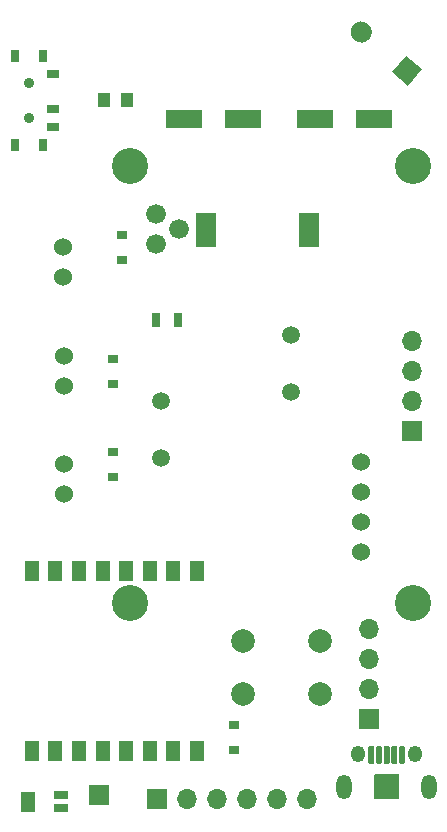
<source format=gts>
G04 #@! TF.GenerationSoftware,KiCad,Pcbnew,5.1.7-a382d34a8~88~ubuntu18.04.1*
G04 #@! TF.CreationDate,2021-09-05T21:22:39+05:30*
G04 #@! TF.ProjectId,Sensor_PCB_v7,53656e73-6f72-45f5-9043-425f76372e6b,rev?*
G04 #@! TF.SameCoordinates,Original*
G04 #@! TF.FileFunction,Soldermask,Top*
G04 #@! TF.FilePolarity,Negative*
%FSLAX46Y46*%
G04 Gerber Fmt 4.6, Leading zero omitted, Abs format (unit mm)*
G04 Created by KiCad (PCBNEW 5.1.7-a382d34a8~88~ubuntu18.04.1) date 2021-09-05 21:22:39*
%MOMM*%
%LPD*%
G01*
G04 APERTURE LIST*
%ADD10C,3.050000*%
%ADD11R,1.250000X0.740000*%
%ADD12R,1.250000X1.800000*%
%ADD13C,1.676400*%
%ADD14C,1.524000*%
%ADD15R,1.750000X3.000000*%
%ADD16R,3.110000X1.580000*%
%ADD17O,1.300000X2.100000*%
%ADD18O,1.200000X1.400000*%
%ADD19R,1.700000X1.700000*%
%ADD20O,1.700000X1.700000*%
%ADD21R,0.800000X1.000000*%
%ADD22R,1.100000X0.700000*%
%ADD23C,0.900000*%
%ADD24R,0.900000X0.800000*%
%ADD25R,1.200000X1.700000*%
%ADD26C,0.100000*%
%ADD27C,1.500000*%
%ADD28C,2.000000*%
%ADD29R,1.000000X1.250000*%
%ADD30R,0.700000X1.300000*%
G04 APERTURE END LIST*
D10*
X57526960Y-34225320D03*
X33526960Y-34225320D03*
X33526960Y-71225320D03*
X57526960Y-71225320D03*
D11*
X27666540Y-87475920D03*
D12*
X24916540Y-88005920D03*
D11*
X27666540Y-88535920D03*
D13*
X35750500Y-40840700D03*
X37655500Y-39570700D03*
X35750500Y-38300700D03*
D14*
X27930200Y-59390600D03*
X27940200Y-61930600D03*
D15*
X48665400Y-39593700D03*
X39965400Y-39593700D03*
D16*
X43124800Y-30238700D03*
X38124800Y-30238700D03*
D17*
X51677600Y-86741000D03*
G36*
G01*
X54202600Y-87741000D02*
X54202600Y-85741000D01*
G75*
G02*
X54252600Y-85691000I50000J0D01*
G01*
X56252600Y-85691000D01*
G75*
G02*
X56302600Y-85741000I0J-50000D01*
G01*
X56302600Y-87741000D01*
G75*
G02*
X56252600Y-87791000I-50000J0D01*
G01*
X54252600Y-87791000D01*
G75*
G02*
X54202600Y-87741000I0J50000D01*
G01*
G37*
X58827600Y-86741000D03*
G36*
G01*
X53702600Y-84741000D02*
X53702600Y-83391000D01*
G75*
G02*
X53752600Y-83341000I50000J0D01*
G01*
X54152600Y-83341000D01*
G75*
G02*
X54202600Y-83391000I0J-50000D01*
G01*
X54202600Y-84741000D01*
G75*
G02*
X54152600Y-84791000I-50000J0D01*
G01*
X53752600Y-84791000D01*
G75*
G02*
X53702600Y-84741000I0J50000D01*
G01*
G37*
G36*
G01*
X54352600Y-84741000D02*
X54352600Y-83391000D01*
G75*
G02*
X54402600Y-83341000I50000J0D01*
G01*
X54802600Y-83341000D01*
G75*
G02*
X54852600Y-83391000I0J-50000D01*
G01*
X54852600Y-84741000D01*
G75*
G02*
X54802600Y-84791000I-50000J0D01*
G01*
X54402600Y-84791000D01*
G75*
G02*
X54352600Y-84741000I0J50000D01*
G01*
G37*
G36*
G01*
X55002600Y-84741000D02*
X55002600Y-83391000D01*
G75*
G02*
X55052600Y-83341000I50000J0D01*
G01*
X55452600Y-83341000D01*
G75*
G02*
X55502600Y-83391000I0J-50000D01*
G01*
X55502600Y-84741000D01*
G75*
G02*
X55452600Y-84791000I-50000J0D01*
G01*
X55052600Y-84791000D01*
G75*
G02*
X55002600Y-84741000I0J50000D01*
G01*
G37*
G36*
G01*
X55652600Y-84741000D02*
X55652600Y-83391000D01*
G75*
G02*
X55702600Y-83341000I50000J0D01*
G01*
X56102600Y-83341000D01*
G75*
G02*
X56152600Y-83391000I0J-50000D01*
G01*
X56152600Y-84741000D01*
G75*
G02*
X56102600Y-84791000I-50000J0D01*
G01*
X55702600Y-84791000D01*
G75*
G02*
X55652600Y-84741000I0J50000D01*
G01*
G37*
G36*
G01*
X56302600Y-84741000D02*
X56302600Y-83391000D01*
G75*
G02*
X56352600Y-83341000I50000J0D01*
G01*
X56752600Y-83341000D01*
G75*
G02*
X56802600Y-83391000I0J-50000D01*
G01*
X56802600Y-84741000D01*
G75*
G02*
X56752600Y-84791000I-50000J0D01*
G01*
X56352600Y-84791000D01*
G75*
G02*
X56302600Y-84741000I0J50000D01*
G01*
G37*
D18*
X52827600Y-83991000D03*
X57677600Y-83991000D03*
D14*
X27831100Y-41059400D03*
X27841100Y-43599400D03*
X27904800Y-50292300D03*
X27914800Y-52832300D03*
X53083100Y-59237900D03*
X53083100Y-61777900D03*
X53083100Y-64317900D03*
X53083100Y-66857900D03*
D19*
X35826700Y-87769700D03*
D20*
X38366700Y-87769700D03*
X40906700Y-87769700D03*
X43446700Y-87769700D03*
X45986700Y-87769700D03*
X48526700Y-87769700D03*
D21*
X23820700Y-32386000D03*
X26120700Y-32386000D03*
X23820700Y-24886000D03*
X26120700Y-24886000D03*
D22*
X27020700Y-30886000D03*
X27020700Y-29386000D03*
X27020700Y-26386000D03*
D23*
X24970700Y-30136000D03*
X24970700Y-27136000D03*
D24*
X32087800Y-58404800D03*
X32087800Y-60504800D03*
D19*
X53743900Y-81026000D03*
D20*
X53743900Y-78486000D03*
X53743900Y-75946000D03*
X53743900Y-73406000D03*
D25*
X25204700Y-68526400D03*
X27204700Y-68526400D03*
X29204700Y-68526400D03*
X31204700Y-68526400D03*
X33204700Y-68526400D03*
X35204700Y-68526400D03*
X37204700Y-68526400D03*
X39204700Y-68526400D03*
X39204700Y-83756400D03*
X37204700Y-83756400D03*
X35204700Y-83756400D03*
X33204700Y-83756400D03*
X31204700Y-83756400D03*
X29204700Y-83756400D03*
X27204700Y-83756400D03*
X25204700Y-83756400D03*
D19*
X30927000Y-87470000D03*
X57411600Y-56649600D03*
D20*
X57411600Y-54109600D03*
X57411600Y-51569600D03*
X57411600Y-49029600D03*
D24*
X32809200Y-40049700D03*
X32809200Y-42149700D03*
G36*
G01*
X53787934Y-23434548D02*
X53787934Y-23434548D01*
G75*
G02*
X52519985Y-23545479I-689440J578509D01*
G01*
X52519985Y-23545479D01*
G75*
G02*
X52409054Y-22277530I578509J689440D01*
G01*
X52409054Y-22277530D01*
G75*
G02*
X53677003Y-22166599I689440J-578509D01*
G01*
X53677003Y-22166599D01*
G75*
G02*
X53787934Y-23434548I-578509J-689440D01*
G01*
G37*
D26*
G36*
X58257949Y-26010469D02*
G01*
X57100931Y-27389349D01*
X55722051Y-26232331D01*
X56879069Y-24853451D01*
X58257949Y-26010469D01*
G37*
D27*
X47170300Y-53345700D03*
X47170300Y-48465700D03*
X36141700Y-54058800D03*
X36141700Y-58938800D03*
D28*
X43075700Y-78940700D03*
X43075700Y-74440700D03*
X49575700Y-78940700D03*
X49575700Y-74440700D03*
D16*
X54186500Y-30238700D03*
X49186500Y-30238700D03*
D29*
X31308800Y-28648700D03*
X33308800Y-28648700D03*
D24*
X32065000Y-50565300D03*
X32065000Y-52665300D03*
X42336700Y-81510200D03*
X42336700Y-83610200D03*
D30*
X37625000Y-47246500D03*
X35725000Y-47246500D03*
M02*

</source>
